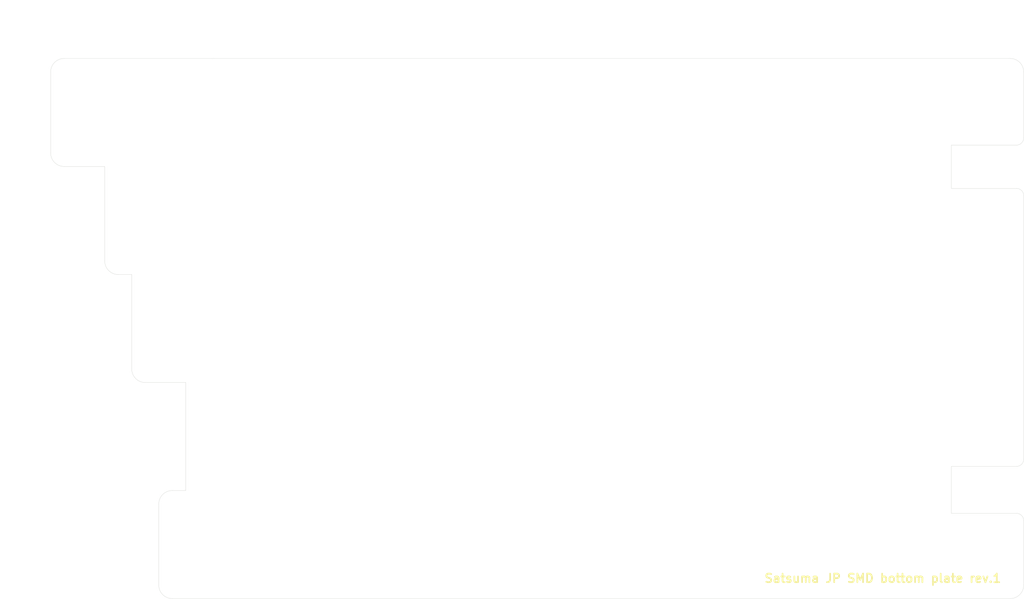
<source format=kicad_pcb>
(kicad_pcb (version 20171130) (host pcbnew 5.1.2-f72e74a~84~ubuntu18.04.1)

  (general
    (thickness 1.6)
    (drawings 36)
    (tracks 0)
    (zones 0)
    (modules 6)
    (nets 1)
  )

  (page A4)
  (layers
    (0 F.Cu signal)
    (31 B.Cu signal)
    (32 B.Adhes user)
    (33 F.Adhes user)
    (34 B.Paste user)
    (35 F.Paste user)
    (36 B.SilkS user)
    (37 F.SilkS user)
    (38 B.Mask user)
    (39 F.Mask user)
    (40 Dwgs.User user)
    (41 Cmts.User user)
    (42 Eco1.User user)
    (43 Eco2.User user)
    (44 Edge.Cuts user)
    (45 Margin user)
    (46 B.CrtYd user)
    (47 F.CrtYd user)
    (48 B.Fab user)
    (49 F.Fab user)
  )

  (setup
    (last_trace_width 0.25)
    (trace_clearance 0.2)
    (zone_clearance 0.508)
    (zone_45_only no)
    (trace_min 0.2)
    (via_size 0.8)
    (via_drill 0.4)
    (via_min_size 0.4)
    (via_min_drill 0.3)
    (uvia_size 0.3)
    (uvia_drill 0.1)
    (uvias_allowed no)
    (uvia_min_size 0.2)
    (uvia_min_drill 0.1)
    (edge_width 0.05)
    (segment_width 0.2)
    (pcb_text_width 0.3)
    (pcb_text_size 1.5 1.5)
    (mod_edge_width 0.12)
    (mod_text_size 1 1)
    (mod_text_width 0.15)
    (pad_size 2.55 2.5)
    (pad_drill 0)
    (pad_to_mask_clearance 0.051)
    (solder_mask_min_width 0.25)
    (aux_axis_origin 0 0)
    (grid_origin 209 45.125)
    (visible_elements FFFFFF7F)
    (pcbplotparams
      (layerselection 0x010f0_ffffffff)
      (usegerberextensions true)
      (usegerberattributes false)
      (usegerberadvancedattributes false)
      (creategerberjobfile false)
      (excludeedgelayer true)
      (linewidth 0.100000)
      (plotframeref false)
      (viasonmask false)
      (mode 1)
      (useauxorigin false)
      (hpglpennumber 1)
      (hpglpenspeed 20)
      (hpglpendiameter 15.000000)
      (psnegative false)
      (psa4output false)
      (plotreference true)
      (plotvalue true)
      (plotinvisibletext false)
      (padsonsilk false)
      (subtractmaskfromsilk true)
      (outputformat 1)
      (mirror false)
      (drillshape 0)
      (scaleselection 1)
      (outputdirectory "../gerber-test/pcb/right/"))
  )

  (net 0 "")

  (net_class Default "これはデフォルトのネット クラスです。"
    (clearance 0.2)
    (trace_width 0.25)
    (via_dia 0.8)
    (via_drill 0.4)
    (uvia_dia 0.3)
    (uvia_drill 0.1)
  )

  (net_class Power ""
    (clearance 0.2)
    (trace_width 0.5)
    (via_dia 0.8)
    (via_drill 0.4)
    (uvia_dia 0.3)
    (uvia_drill 0.1)
  )

  (module lib:MountingHole_2.2mm_M2 locked (layer F.Cu) (tedit 5BC59CB0) (tstamp 5CF39A81)
    (at 118.75 121.125)
    (descr "Mounting Hole 2.2mm, no annular, M2")
    (tags "mounting hole 2.2mm no annular m2")
    (attr virtual)
    (fp_text reference "" (at 0 -3.2) (layer F.SilkS)
      (effects (font (size 1 1) (thickness 0.15)))
    )
    (fp_text value M2 (at 0 3.2) (layer F.Fab)
      (effects (font (size 1 1) (thickness 0.15)))
    )
    (fp_circle (center 0 0) (end 1.75 0) (layer F.CrtYd) (width 0.05))
    (fp_text user %R (at 0.3 0) (layer F.Fab)
      (effects (font (size 1 1) (thickness 0.15)))
    )
    (pad 1 np_thru_hole circle (at 0 0) (size 2.2 2.2) (drill 2.2) (layers *.Cu *.Mask))
  )

  (module lib:MountingHole_2.2mm_M2 locked (layer F.Cu) (tedit 5BC59CB0) (tstamp 5CF4EE5F)
    (at 190 64.125)
    (descr "Mounting Hole 2.2mm, no annular, M2")
    (tags "mounting hole 2.2mm no annular m2")
    (attr virtual)
    (fp_text reference "" (at 0 -3.2) (layer F.SilkS)
      (effects (font (size 1 1) (thickness 0.15)))
    )
    (fp_text value M2 (at 0 3.2) (layer F.Fab)
      (effects (font (size 1 1) (thickness 0.15)))
    )
    (fp_circle (center 0 0) (end 1.75 0) (layer F.CrtYd) (width 0.05))
    (fp_text user %R (at -49.875 9.5) (layer F.Fab)
      (effects (font (size 1 1) (thickness 0.15)))
    )
    (pad 1 np_thru_hole circle (at 0 0) (size 2.2 2.2) (drill 2.2) (layers *.Cu *.Mask))
  )

  (module lib:MountingHole_2.2mm_M2 locked (layer F.Cu) (tedit 5BC59CB0) (tstamp 5CF39A94)
    (at 123.5 64.125)
    (descr "Mounting Hole 2.2mm, no annular, M2")
    (tags "mounting hole 2.2mm no annular m2")
    (attr virtual)
    (fp_text reference "" (at 0 -3.2) (layer F.SilkS)
      (effects (font (size 1 1) (thickness 0.15)))
    )
    (fp_text value M2 (at 0 3.2) (layer F.Fab)
      (effects (font (size 1 1) (thickness 0.15)))
    )
    (fp_circle (center 0 0) (end 1.75 0) (layer F.CrtYd) (width 0.05))
    (fp_text user %R (at 0.3 0) (layer F.Fab)
      (effects (font (size 1 1) (thickness 0.15)))
    )
    (pad 1 np_thru_hole circle (at 0 0) (size 2.2 2.2) (drill 2.2) (layers *.Cu *.Mask))
  )

  (module lib:MountingHole_2.2mm_M2 locked (layer F.Cu) (tedit 5BC59CB0) (tstamp 5CF39A6E)
    (at 185.25 121.125)
    (descr "Mounting Hole 2.2mm, no annular, M2")
    (tags "mounting hole 2.2mm no annular m2")
    (attr virtual)
    (fp_text reference "" (at 0 -3.2) (layer F.SilkS)
      (effects (font (size 1 1) (thickness 0.15)))
    )
    (fp_text value M2 (at 0 3.2) (layer F.Fab)
      (effects (font (size 1 1) (thickness 0.15)))
    )
    (fp_circle (center 0 0) (end 1.75 0) (layer F.CrtYd) (width 0.05))
    (fp_text user %R (at 0.3 0) (layer F.Fab)
      (effects (font (size 1 1) (thickness 0.15)))
    )
    (pad 1 np_thru_hole circle (at 0 0) (size 2.2 2.2) (drill 2.2) (layers *.Cu *.Mask))
  )

  (module lib:MountingHole_2.2mm_M2 locked (layer F.Cu) (tedit 5BC59CB0) (tstamp 5CF39A48)
    (at 76 121.125)
    (descr "Mounting Hole 2.2mm, no annular, M2")
    (tags "mounting hole 2.2mm no annular m2")
    (attr virtual)
    (fp_text reference "" (at 0 -3.2) (layer F.SilkS)
      (effects (font (size 1 1) (thickness 0.15)))
    )
    (fp_text value M2 (at 0 3.2) (layer F.Fab)
      (effects (font (size 1 1) (thickness 0.15)))
    )
    (fp_circle (center 0 0) (end 1.75 0) (layer F.CrtYd) (width 0.05))
    (fp_text user %R (at 0.3 0) (layer F.Fab)
      (effects (font (size 1 1) (thickness 0.15)))
    )
    (pad 1 np_thru_hole circle (at 0 0) (size 2.2 2.2) (drill 2.2) (layers *.Cu *.Mask))
  )

  (module lib:MountingHole_2.2mm_M2 locked (layer F.Cu) (tedit 5BC59CB0) (tstamp 5CF39A35)
    (at 57 64.125)
    (descr "Mounting Hole 2.2mm, no annular, M2")
    (tags "mounting hole 2.2mm no annular m2")
    (attr virtual)
    (fp_text reference "" (at 0 -3.2) (layer F.SilkS)
      (effects (font (size 1 1) (thickness 0.15)))
    )
    (fp_text value M2 (at 0 3.2) (layer F.Fab)
      (effects (font (size 1 1) (thickness 0.15)))
    )
    (fp_circle (center 0 0) (end 1.75 0) (layer F.CrtYd) (width 0.05))
    (fp_text user %R (at 0.3 0) (layer F.Fab)
      (effects (font (size 1 1) (thickness 0.15)))
    )
    (pad 1 np_thru_hole circle (at 0 0) (size 2.2 2.2) (drill 2.2) (layers *.Cu *.Mask))
  )

  (gr_text "Satsuma JP SMD bottom plate rev.1" (at 184.235 136.565) (layer F.SilkS)
    (effects (font (size 1.5 1.5) (thickness 0.3)))
  )
  (gr_arc (start 207.73 115.61) (end 207.73 116.88) (angle -90) (layer Edge.Cuts) (width 0.05))
  (gr_arc (start 207.73 126.405) (end 209 126.405) (angle -90) (layer Edge.Cuts) (width 0.05))
  (gr_arc (start 207.73 69.255) (end 209 69.255) (angle -90) (layer Edge.Cuts) (width 0.05))
  (gr_arc (start 207.73 59.095) (end 207.73 60.365) (angle -90) (layer Edge.Cuts) (width 0.05))
  (gr_line (start 209 137.75) (end 209 126.405) (layer Edge.Cuts) (width 0.05))
  (gr_line (start 196.3 116.88) (end 207.73 116.88) (layer Edge.Cuts) (width 0.05))
  (gr_line (start 196.3 125.135) (end 196.3 116.88) (layer Edge.Cuts) (width 0.05))
  (gr_line (start 207.73 125.135) (end 196.3 125.135) (layer Edge.Cuts) (width 0.05))
  (gr_line (start 209 47.5) (end 209 59.095) (layer Edge.Cuts) (width 0.05))
  (gr_line (start 196.3 67.985) (end 207.73 67.985) (layer Edge.Cuts) (width 0.05))
  (gr_line (start 196.3 60.365) (end 196.3 67.985) (layer Edge.Cuts) (width 0.05))
  (gr_line (start 207.73 60.365) (end 196.3 60.365) (layer Edge.Cuts) (width 0.05))
  (gr_line (start 66.5 45.125) (end 40.375 45.125) (layer Edge.Cuts) (width 0.05))
  (gr_arc (start 59.375 137.75) (end 57 137.75) (angle -90) (layer Edge.Cuts) (width 0.05))
  (gr_arc (start 59.375 123.5) (end 59.375 121.125) (angle -90) (layer Edge.Cuts) (width 0.05))
  (gr_arc (start 54.625 99.75) (end 52.25 99.75) (angle -90) (layer Edge.Cuts) (width 0.05))
  (gr_arc (start 49.875 80.75) (end 47.5 80.75) (angle -90) (layer Edge.Cuts) (width 0.05))
  (gr_arc (start 40.375 61.75) (end 38 61.75) (angle -90) (layer Edge.Cuts) (width 0.05))
  (gr_arc (start 40.375 47.5) (end 40.375 45.125) (angle -90) (layer Edge.Cuts) (width 0.05))
  (gr_arc (start 206.625 47.5) (end 209 47.5) (angle -90) (layer Edge.Cuts) (width 0.05))
  (gr_arc (start 206.625 137.75) (end 206.625 140.125) (angle -90) (layer Edge.Cuts) (width 0.05))
  (dimension 95.025003 (width 0.15) (layer Dwgs.User)
    (gr_text "95.025 mm" (at 30.462494 92.61448 270.0150739) (layer Dwgs.User)
      (effects (font (size 1 1) (thickness 0.15)))
    )
    (feature1 (pts (xy 38 140.125) (xy 31.188573 140.126792)))
    (feature2 (pts (xy 37.975 45.1) (xy 31.163573 45.101792)))
    (crossbar (pts (xy 31.749994 45.101638) (xy 31.774994 140.126638)))
    (arrow1a (pts (xy 31.774994 140.126638) (xy 31.188277 139.000289)))
    (arrow1b (pts (xy 31.774994 140.126638) (xy 32.361118 138.99998)))
    (arrow2a (pts (xy 31.749994 45.101638) (xy 31.16387 46.228296)))
    (arrow2b (pts (xy 31.749994 45.101638) (xy 32.336711 46.227987)))
  )
  (dimension 171.025002 (width 0.15) (layer Dwgs.User)
    (gr_text "171.025 mm" (at 123.488899 35.5425 359.9916246) (layer Dwgs.User)
      (effects (font (size 1 1) (thickness 0.15)))
    )
    (feature1 (pts (xy 209 45.125) (xy 209.001295 36.268579)))
    (feature2 (pts (xy 37.975 45.1) (xy 37.976295 36.243579)))
    (crossbar (pts (xy 37.976209 36.83) (xy 209.001209 36.855)))
    (arrow1a (pts (xy 209.001209 36.855) (xy 207.87462 37.441256)))
    (arrow1b (pts (xy 209.001209 36.855) (xy 207.874791 36.268415)))
    (arrow2a (pts (xy 37.976209 36.83) (xy 39.102627 37.416585)))
    (arrow2b (pts (xy 37.976209 36.83) (xy 39.102798 36.243744)))
  )
  (gr_line (start 206.625 140.125) (end 59.375 140.125) (layer Edge.Cuts) (width 0.05) (tstamp 5CF33D30))
  (gr_line (start 47.5 64.125) (end 40.375 64.125) (layer Edge.Cuts) (width 0.05) (tstamp 5CF33D2F))
  (gr_line (start 47.5 80.75) (end 47.5 64.125) (layer Edge.Cuts) (width 0.05))
  (gr_line (start 52.25 83.125) (end 49.875 83.125) (layer Edge.Cuts) (width 0.05))
  (gr_line (start 52.25 99.75) (end 52.25 83.125) (layer Edge.Cuts) (width 0.05))
  (gr_line (start 61.75 102.125) (end 54.625 102.125) (layer Edge.Cuts) (width 0.05))
  (gr_line (start 61.75 121.125) (end 61.75 102.125) (layer Edge.Cuts) (width 0.05))
  (gr_line (start 61.75 121.125) (end 59.375 121.125) (layer Edge.Cuts) (width 0.05))
  (gr_line (start 57 137.75) (end 57 123.5) (layer Edge.Cuts) (width 0.05))
  (gr_line (start 209 69.255) (end 209 115.61) (layer Edge.Cuts) (width 0.05))
  (gr_line (start 66.5 45.125) (end 206.625 45.125) (layer Edge.Cuts) (width 0.05))
  (gr_line (start 38 61.75) (end 38 47.5) (layer Edge.Cuts) (width 0.05))

)

</source>
